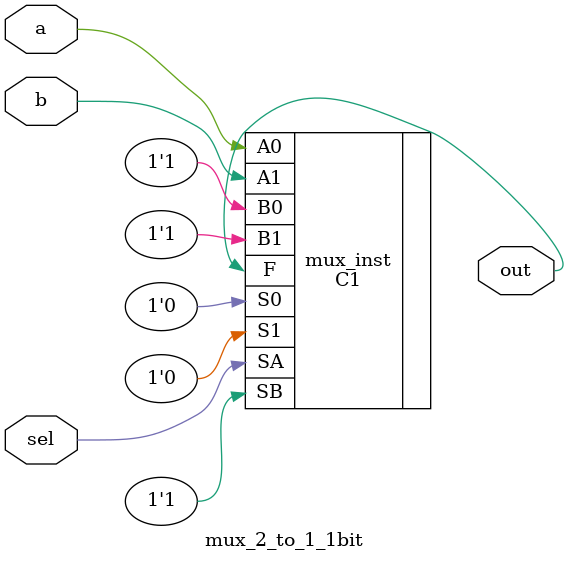
<source format=v>
module mux_2_to_1_1bit (
    input a,
    input b,
    input sel,
    output out
);

C1 mux_inst (
    .A0(a),
    .A1(b),
    .SA(sel),
    .B0(1'b1),
    .B1(1'b1),
    .SB(1'b1),
    .S0(1'b0),
    .S1(1'b0),
    .F(out)
);
    
endmodule
</source>
